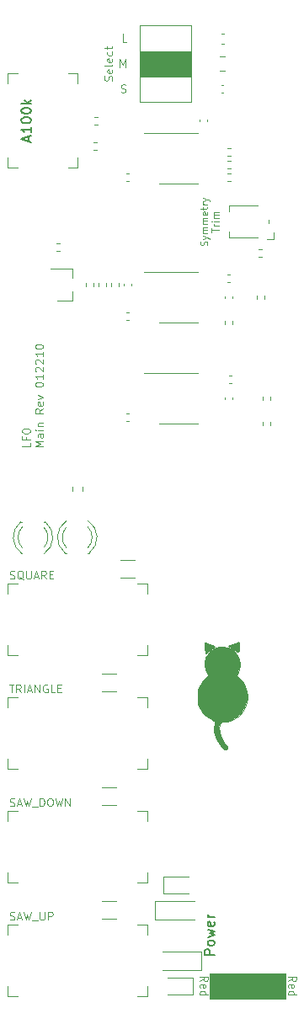
<source format=gbr>
G04 #@! TF.GenerationSoftware,KiCad,Pcbnew,(5.1.10)-1*
G04 #@! TF.CreationDate,2022-10-23T13:04:41+02:00*
G04 #@! TF.ProjectId,LFO Main,4c464f20-4d61-4696-9e2e-6b696361645f,rev?*
G04 #@! TF.SameCoordinates,Original*
G04 #@! TF.FileFunction,Legend,Top*
G04 #@! TF.FilePolarity,Positive*
%FSLAX46Y46*%
G04 Gerber Fmt 4.6, Leading zero omitted, Abs format (unit mm)*
G04 Created by KiCad (PCBNEW (5.1.10)-1) date 2022-10-23 13:04:41*
%MOMM*%
%LPD*%
G01*
G04 APERTURE LIST*
%ADD10C,0.080000*%
%ADD11C,0.100000*%
%ADD12C,0.120000*%
%ADD13C,0.010000*%
%ADD14C,0.150000*%
G04 APERTURE END LIST*
D10*
X20038333Y-24608333D02*
X20071666Y-24508333D01*
X20071666Y-24341666D01*
X20038333Y-24274999D01*
X20005000Y-24241666D01*
X19938333Y-24208333D01*
X19871666Y-24208333D01*
X19805000Y-24241666D01*
X19771666Y-24274999D01*
X19738333Y-24341666D01*
X19705000Y-24474999D01*
X19671666Y-24541666D01*
X19638333Y-24574999D01*
X19571666Y-24608333D01*
X19505000Y-24608333D01*
X19438333Y-24574999D01*
X19405000Y-24541666D01*
X19371666Y-24474999D01*
X19371666Y-24308333D01*
X19405000Y-24208333D01*
X19605000Y-23974999D02*
X20071666Y-23808333D01*
X19605000Y-23641666D02*
X20071666Y-23808333D01*
X20238333Y-23874999D01*
X20271666Y-23908333D01*
X20305000Y-23974999D01*
X20071666Y-23374999D02*
X19605000Y-23374999D01*
X19671666Y-23374999D02*
X19638333Y-23341666D01*
X19605000Y-23274999D01*
X19605000Y-23174999D01*
X19638333Y-23108333D01*
X19705000Y-23074999D01*
X20071666Y-23074999D01*
X19705000Y-23074999D02*
X19638333Y-23041666D01*
X19605000Y-22974999D01*
X19605000Y-22874999D01*
X19638333Y-22808333D01*
X19705000Y-22774999D01*
X20071666Y-22774999D01*
X20071666Y-22441666D02*
X19605000Y-22441666D01*
X19671666Y-22441666D02*
X19638333Y-22408333D01*
X19605000Y-22341666D01*
X19605000Y-22241666D01*
X19638333Y-22174999D01*
X19705000Y-22141666D01*
X20071666Y-22141666D01*
X19705000Y-22141666D02*
X19638333Y-22108333D01*
X19605000Y-22041666D01*
X19605000Y-21941666D01*
X19638333Y-21875000D01*
X19705000Y-21841666D01*
X20071666Y-21841666D01*
X20038333Y-21241666D02*
X20071666Y-21308333D01*
X20071666Y-21441666D01*
X20038333Y-21508333D01*
X19971666Y-21541666D01*
X19705000Y-21541666D01*
X19638333Y-21508333D01*
X19605000Y-21441666D01*
X19605000Y-21308333D01*
X19638333Y-21241666D01*
X19705000Y-21208333D01*
X19771666Y-21208333D01*
X19838333Y-21541666D01*
X19605000Y-21008333D02*
X19605000Y-20741666D01*
X19371666Y-20908333D02*
X19971666Y-20908333D01*
X20038333Y-20875000D01*
X20071666Y-20808333D01*
X20071666Y-20741666D01*
X20071666Y-20508333D02*
X19605000Y-20508333D01*
X19738333Y-20508333D02*
X19671666Y-20475000D01*
X19638333Y-20441666D01*
X19605000Y-20375000D01*
X19605000Y-20308333D01*
X19605000Y-20141666D02*
X20071666Y-19975000D01*
X19605000Y-19808333D02*
X20071666Y-19975000D01*
X20238333Y-20041666D01*
X20271666Y-20075000D01*
X20305000Y-20141666D01*
X20501666Y-23275000D02*
X20501666Y-22875000D01*
X21201666Y-23075000D02*
X20501666Y-23075000D01*
X21201666Y-22641666D02*
X20735000Y-22641666D01*
X20868333Y-22641666D02*
X20801666Y-22608333D01*
X20768333Y-22575000D01*
X20735000Y-22508333D01*
X20735000Y-22441666D01*
X21201666Y-22208333D02*
X20735000Y-22208333D01*
X20501666Y-22208333D02*
X20535000Y-22241666D01*
X20568333Y-22208333D01*
X20535000Y-22175000D01*
X20501666Y-22208333D01*
X20568333Y-22208333D01*
X21201666Y-21875000D02*
X20735000Y-21875000D01*
X20801666Y-21875000D02*
X20768333Y-21841666D01*
X20735000Y-21775000D01*
X20735000Y-21675000D01*
X20768333Y-21608333D01*
X20835000Y-21575000D01*
X21201666Y-21575000D01*
X20835000Y-21575000D02*
X20768333Y-21541666D01*
X20735000Y-21475000D01*
X20735000Y-21375000D01*
X20768333Y-21308333D01*
X20835000Y-21275000D01*
X21201666Y-21275000D01*
D11*
X11390476Y-9213809D02*
X11504761Y-9251904D01*
X11695238Y-9251904D01*
X11771428Y-9213809D01*
X11809523Y-9175714D01*
X11847619Y-9099523D01*
X11847619Y-9023333D01*
X11809523Y-8947142D01*
X11771428Y-8909047D01*
X11695238Y-8870952D01*
X11542857Y-8832857D01*
X11466666Y-8794761D01*
X11428571Y-8756666D01*
X11390476Y-8680476D01*
X11390476Y-8604285D01*
X11428571Y-8528095D01*
X11466666Y-8490000D01*
X11542857Y-8451904D01*
X11733333Y-8451904D01*
X11847619Y-8490000D01*
X11276190Y-6711904D02*
X11276190Y-5911904D01*
X11542857Y-6483333D01*
X11809523Y-5911904D01*
X11809523Y-6711904D01*
X11923809Y-4171904D02*
X11542857Y-4171904D01*
X11542857Y-3371904D01*
X2251904Y-44448571D02*
X2251904Y-44829523D01*
X1451904Y-44829523D01*
X1832857Y-43915238D02*
X1832857Y-44181904D01*
X2251904Y-44181904D02*
X1451904Y-44181904D01*
X1451904Y-43800952D01*
X1451904Y-43343809D02*
X1451904Y-43191428D01*
X1490000Y-43115238D01*
X1566190Y-43039047D01*
X1718571Y-43000952D01*
X1985238Y-43000952D01*
X2137619Y-43039047D01*
X2213809Y-43115238D01*
X2251904Y-43191428D01*
X2251904Y-43343809D01*
X2213809Y-43420000D01*
X2137619Y-43496190D01*
X1985238Y-43534285D01*
X1718571Y-43534285D01*
X1566190Y-43496190D01*
X1490000Y-43420000D01*
X1451904Y-43343809D01*
X3551904Y-44829523D02*
X2751904Y-44829523D01*
X3323333Y-44562857D01*
X2751904Y-44296190D01*
X3551904Y-44296190D01*
X3551904Y-43572380D02*
X3132857Y-43572380D01*
X3056666Y-43610476D01*
X3018571Y-43686666D01*
X3018571Y-43839047D01*
X3056666Y-43915238D01*
X3513809Y-43572380D02*
X3551904Y-43648571D01*
X3551904Y-43839047D01*
X3513809Y-43915238D01*
X3437619Y-43953333D01*
X3361428Y-43953333D01*
X3285238Y-43915238D01*
X3247142Y-43839047D01*
X3247142Y-43648571D01*
X3209047Y-43572380D01*
X3551904Y-43191428D02*
X3018571Y-43191428D01*
X2751904Y-43191428D02*
X2790000Y-43229523D01*
X2828095Y-43191428D01*
X2790000Y-43153333D01*
X2751904Y-43191428D01*
X2828095Y-43191428D01*
X3018571Y-42810476D02*
X3551904Y-42810476D01*
X3094761Y-42810476D02*
X3056666Y-42772380D01*
X3018571Y-42696190D01*
X3018571Y-42581904D01*
X3056666Y-42505714D01*
X3132857Y-42467619D01*
X3551904Y-42467619D01*
X3551904Y-41020000D02*
X3170952Y-41286666D01*
X3551904Y-41477142D02*
X2751904Y-41477142D01*
X2751904Y-41172380D01*
X2790000Y-41096190D01*
X2828095Y-41058095D01*
X2904285Y-41020000D01*
X3018571Y-41020000D01*
X3094761Y-41058095D01*
X3132857Y-41096190D01*
X3170952Y-41172380D01*
X3170952Y-41477142D01*
X3513809Y-40372380D02*
X3551904Y-40448571D01*
X3551904Y-40600952D01*
X3513809Y-40677142D01*
X3437619Y-40715238D01*
X3132857Y-40715238D01*
X3056666Y-40677142D01*
X3018571Y-40600952D01*
X3018571Y-40448571D01*
X3056666Y-40372380D01*
X3132857Y-40334285D01*
X3209047Y-40334285D01*
X3285238Y-40715238D01*
X3018571Y-40067619D02*
X3551904Y-39877142D01*
X3018571Y-39686666D01*
X2751904Y-38620000D02*
X2751904Y-38543809D01*
X2790000Y-38467619D01*
X2828095Y-38429523D01*
X2904285Y-38391428D01*
X3056666Y-38353333D01*
X3247142Y-38353333D01*
X3399523Y-38391428D01*
X3475714Y-38429523D01*
X3513809Y-38467619D01*
X3551904Y-38543809D01*
X3551904Y-38620000D01*
X3513809Y-38696190D01*
X3475714Y-38734285D01*
X3399523Y-38772380D01*
X3247142Y-38810476D01*
X3056666Y-38810476D01*
X2904285Y-38772380D01*
X2828095Y-38734285D01*
X2790000Y-38696190D01*
X2751904Y-38620000D01*
X3551904Y-37591428D02*
X3551904Y-38048571D01*
X3551904Y-37820000D02*
X2751904Y-37820000D01*
X2866190Y-37896190D01*
X2942380Y-37972380D01*
X2980476Y-38048571D01*
X2828095Y-37286666D02*
X2790000Y-37248571D01*
X2751904Y-37172380D01*
X2751904Y-36981904D01*
X2790000Y-36905714D01*
X2828095Y-36867619D01*
X2904285Y-36829523D01*
X2980476Y-36829523D01*
X3094761Y-36867619D01*
X3551904Y-37324761D01*
X3551904Y-36829523D01*
X2828095Y-36524761D02*
X2790000Y-36486666D01*
X2751904Y-36410476D01*
X2751904Y-36220000D01*
X2790000Y-36143809D01*
X2828095Y-36105714D01*
X2904285Y-36067619D01*
X2980476Y-36067619D01*
X3094761Y-36105714D01*
X3551904Y-36562857D01*
X3551904Y-36067619D01*
X3551904Y-35305714D02*
X3551904Y-35762857D01*
X3551904Y-35534285D02*
X2751904Y-35534285D01*
X2866190Y-35610476D01*
X2942380Y-35686666D01*
X2980476Y-35762857D01*
X2751904Y-34810476D02*
X2751904Y-34734285D01*
X2790000Y-34658095D01*
X2828095Y-34620000D01*
X2904285Y-34581904D01*
X3056666Y-34543809D01*
X3247142Y-34543809D01*
X3399523Y-34581904D01*
X3475714Y-34620000D01*
X3513809Y-34658095D01*
X3551904Y-34734285D01*
X3551904Y-34810476D01*
X3513809Y-34886666D01*
X3475714Y-34924761D01*
X3399523Y-34962857D01*
X3247142Y-35000952D01*
X3056666Y-35000952D01*
X2904285Y-34962857D01*
X2828095Y-34924761D01*
X2790000Y-34886666D01*
X2751904Y-34810476D01*
D12*
G04 #@! TO.C,J6*
X13275000Y-3810000D02*
X13275000Y-2480000D01*
X13275000Y-2480000D02*
X18475000Y-2480000D01*
X18475000Y-2480000D02*
X18475000Y-10220000D01*
X13275000Y-3810000D02*
X13275000Y-10220000D01*
X13275000Y-10220000D02*
X18475000Y-10220000D01*
D11*
G36*
X18415000Y-7620000D02*
G01*
X13335000Y-7620000D01*
X13335000Y-5080000D01*
X18415000Y-5080000D01*
X18415000Y-7620000D01*
G37*
X18415000Y-7620000D02*
X13335000Y-7620000D01*
X13335000Y-5080000D01*
X18415000Y-5080000D01*
X18415000Y-7620000D01*
D12*
G04 #@! TO.C,R20*
X25655000Y-40158641D02*
X25655000Y-39851359D01*
X26415000Y-40158641D02*
X26415000Y-39851359D01*
G04 #@! TO.C,R19*
X25655000Y-42698641D02*
X25655000Y-42391359D01*
X26415000Y-42698641D02*
X26415000Y-42391359D01*
G04 #@! TO.C,R14*
X25020000Y-29998641D02*
X25020000Y-29691359D01*
X25780000Y-29998641D02*
X25780000Y-29691359D01*
G04 #@! TO.C,R13*
X21845000Y-32538641D02*
X21845000Y-32231359D01*
X22605000Y-32538641D02*
X22605000Y-32231359D01*
G04 #@! TO.C,C14*
X22585000Y-39897164D02*
X22585000Y-40112836D01*
X21865000Y-39897164D02*
X21865000Y-40112836D01*
G04 #@! TO.C,C13*
X22585000Y-29737164D02*
X22585000Y-29952836D01*
X21865000Y-29737164D02*
X21865000Y-29952836D01*
G04 #@! TO.C,C12*
X12425000Y-28467164D02*
X12425000Y-28682836D01*
X11705000Y-28467164D02*
X11705000Y-28682836D01*
G04 #@! TO.C,C6*
X22117164Y-27580000D02*
X22332836Y-27580000D01*
X22117164Y-28300000D02*
X22332836Y-28300000D01*
G04 #@! TO.C,C3*
X15545000Y-97455000D02*
X19455000Y-97455000D01*
X19455000Y-97455000D02*
X19455000Y-95585000D01*
X19455000Y-95585000D02*
X15545000Y-95585000D01*
G04 #@! TO.C,C2*
X18745000Y-90505000D02*
X14835000Y-90505000D01*
X14835000Y-90505000D02*
X14835000Y-92375000D01*
X14835000Y-92375000D02*
X18745000Y-92375000D01*
G04 #@! TO.C,U3*
X17145000Y-42565000D02*
X19095000Y-42565000D01*
X17145000Y-42565000D02*
X15195000Y-42565000D01*
X17145000Y-37445000D02*
X19095000Y-37445000D01*
X17145000Y-37445000D02*
X13695000Y-37445000D01*
G04 #@! TO.C,U2*
X17145000Y-32405000D02*
X19095000Y-32405000D01*
X17145000Y-32405000D02*
X15195000Y-32405000D01*
X17145000Y-27285000D02*
X19095000Y-27285000D01*
X17145000Y-27285000D02*
X13695000Y-27285000D01*
G04 #@! TO.C,U1*
X17145000Y-18435000D02*
X19095000Y-18435000D01*
X17145000Y-18435000D02*
X15195000Y-18435000D01*
X17145000Y-13315000D02*
X19095000Y-13315000D01*
X17145000Y-13315000D02*
X13695000Y-13315000D01*
G04 #@! TO.C,T1*
X26230000Y-22425000D02*
X26230000Y-22025000D01*
X25130000Y-23825000D02*
X22230000Y-23825000D01*
X22230000Y-23825000D02*
X22230000Y-23225000D01*
X25130000Y-20625000D02*
X22230000Y-20625000D01*
X22230000Y-20625000D02*
X22230000Y-21225000D01*
X26030000Y-24025000D02*
X26730000Y-24025000D01*
X26730000Y-24025000D02*
X26730000Y-23325000D01*
G04 #@! TO.C,R18*
X7507500Y-48847742D02*
X7507500Y-49322258D01*
X6462500Y-48847742D02*
X6462500Y-49322258D01*
G04 #@! TO.C,R17*
X11337936Y-56240000D02*
X12792064Y-56240000D01*
X11337936Y-58060000D02*
X12792064Y-58060000D01*
G04 #@! TO.C,R16*
X9432936Y-67670000D02*
X10887064Y-67670000D01*
X9432936Y-69490000D02*
X10887064Y-69490000D01*
G04 #@! TO.C,R15*
X9432936Y-79100000D02*
X10887064Y-79100000D01*
X9432936Y-80920000D02*
X10887064Y-80920000D01*
G04 #@! TO.C,R12*
X9432936Y-90530000D02*
X10887064Y-90530000D01*
X9432936Y-92350000D02*
X10887064Y-92350000D01*
G04 #@! TO.C,R11*
X11175000Y-28421359D02*
X11175000Y-28728641D01*
X10415000Y-28421359D02*
X10415000Y-28728641D01*
G04 #@! TO.C,R10*
X7875000Y-28728641D02*
X7875000Y-28421359D01*
X8635000Y-28728641D02*
X8635000Y-28421359D01*
G04 #@! TO.C,R9*
X9145000Y-28728641D02*
X9145000Y-28421359D01*
X9905000Y-28728641D02*
X9905000Y-28421359D01*
G04 #@! TO.C,R8*
X4926359Y-24385000D02*
X5233641Y-24385000D01*
X4926359Y-25145000D02*
X5233641Y-25145000D01*
G04 #@! TO.C,R7*
X25246359Y-25020000D02*
X25553641Y-25020000D01*
X25246359Y-25780000D02*
X25553641Y-25780000D01*
G04 #@! TO.C,R6*
X22378641Y-15620000D02*
X22071359Y-15620000D01*
X22378641Y-14860000D02*
X22071359Y-14860000D01*
G04 #@! TO.C,R5*
X22378641Y-18160000D02*
X22071359Y-18160000D01*
X22378641Y-17400000D02*
X22071359Y-17400000D01*
G04 #@! TO.C,R4*
X22071359Y-16130000D02*
X22378641Y-16130000D01*
X22071359Y-16890000D02*
X22378641Y-16890000D01*
G04 #@! TO.C,R2*
X9043641Y-12445000D02*
X8736359Y-12445000D01*
X9043641Y-11685000D02*
X8736359Y-11685000D01*
G04 #@! TO.C,R1*
X8918641Y-14985000D02*
X8611359Y-14985000D01*
X8918641Y-14225000D02*
X8611359Y-14225000D01*
G04 #@! TO.C,Q1*
X6475000Y-30155000D02*
X6475000Y-29225000D01*
X6475000Y-26995000D02*
X6475000Y-27925000D01*
X6475000Y-26995000D02*
X4315000Y-26995000D01*
X6475000Y-30155000D02*
X5015000Y-30155000D01*
G04 #@! TO.C,D4*
X18645000Y-99910000D02*
X18645000Y-98210000D01*
X18645000Y-98210000D02*
X16095000Y-98210000D01*
X18645000Y-99910000D02*
X16095000Y-99910000D01*
G04 #@! TO.C,D3*
X15645000Y-88050000D02*
X15645000Y-89750000D01*
X15645000Y-89750000D02*
X18195000Y-89750000D01*
X15645000Y-88050000D02*
X18195000Y-88050000D01*
G04 #@! TO.C,C11*
X21851252Y-7085000D02*
X21328748Y-7085000D01*
X21851252Y-5615000D02*
X21328748Y-5615000D01*
G04 #@! TO.C,C10*
X21730580Y-4320000D02*
X21449420Y-4320000D01*
X21730580Y-3300000D02*
X21449420Y-3300000D01*
G04 #@! TO.C,C9*
X11957164Y-41550000D02*
X12172836Y-41550000D01*
X11957164Y-42270000D02*
X12172836Y-42270000D01*
G04 #@! TO.C,C8*
X22272164Y-37740000D02*
X22487836Y-37740000D01*
X22272164Y-38460000D02*
X22487836Y-38460000D01*
G04 #@! TO.C,C7*
X11957164Y-31390000D02*
X12172836Y-31390000D01*
X11957164Y-32110000D02*
X12172836Y-32110000D01*
G04 #@! TO.C,C5*
X11957164Y-17420000D02*
X12172836Y-17420000D01*
X11957164Y-18140000D02*
X12172836Y-18140000D01*
G04 #@! TO.C,C4*
X19325000Y-12172836D02*
X19325000Y-11957164D01*
X20045000Y-12172836D02*
X20045000Y-11957164D01*
G04 #@! TO.C,C1*
X21697836Y-9250000D02*
X21482164Y-9250000D01*
X21697836Y-8530000D02*
X21482164Y-8530000D01*
D11*
G04 #@! TO.C,J4*
X14000000Y-65830000D02*
X14000000Y-64830000D01*
X14000000Y-65830000D02*
X13000000Y-65830000D01*
X0Y-65830000D02*
X1000000Y-65830000D01*
X0Y-65830000D02*
X0Y-64830000D01*
X14000000Y-58630000D02*
X14000000Y-59630000D01*
X14000000Y-58630000D02*
X13000000Y-58630000D01*
X0Y-58630000D02*
X1000000Y-58630000D01*
X0Y-58630000D02*
X0Y-59630000D01*
G04 #@! TO.C,J3*
X14000000Y-77260000D02*
X14000000Y-76260000D01*
X14000000Y-77260000D02*
X13000000Y-77260000D01*
X0Y-77260000D02*
X1000000Y-77260000D01*
X0Y-77260000D02*
X0Y-76260000D01*
X14000000Y-70060000D02*
X14000000Y-71060000D01*
X14000000Y-70060000D02*
X13000000Y-70060000D01*
X0Y-70060000D02*
X1000000Y-70060000D01*
X0Y-70060000D02*
X0Y-71060000D01*
G04 #@! TO.C,J2*
X14000000Y-88690000D02*
X14000000Y-87690000D01*
X14000000Y-88690000D02*
X13000000Y-88690000D01*
X0Y-88690000D02*
X1000000Y-88690000D01*
X0Y-88690000D02*
X0Y-87690000D01*
X14000000Y-81490000D02*
X14000000Y-82490000D01*
X14000000Y-81490000D02*
X13000000Y-81490000D01*
X0Y-81490000D02*
X1000000Y-81490000D01*
X0Y-81490000D02*
X0Y-82490000D01*
G04 #@! TO.C,J1*
X14000000Y-100120000D02*
X14000000Y-99120000D01*
X14000000Y-100120000D02*
X13000000Y-100120000D01*
X0Y-100120000D02*
X1000000Y-100120000D01*
X0Y-100120000D02*
X0Y-99120000D01*
X14000000Y-92920000D02*
X14000000Y-93920000D01*
X14000000Y-92920000D02*
X13000000Y-92920000D01*
X0Y-92920000D02*
X1000000Y-92920000D01*
X0Y-92920000D02*
X0Y-93920000D01*
G04 #@! TO.C,J5*
G36*
X27940000Y-100330000D02*
G01*
X20320000Y-100330000D01*
X20320000Y-97790000D01*
X27940000Y-97790000D01*
X27940000Y-100330000D01*
G37*
X27940000Y-100330000D02*
X20320000Y-100330000D01*
X20320000Y-97790000D01*
X27940000Y-97790000D01*
X27940000Y-100330000D01*
D12*
X21530000Y-100390000D02*
X26730000Y-100390000D01*
D11*
G04 #@! TO.C,RV1*
X0Y-7315000D02*
X1000000Y-7315000D01*
X0Y-7315000D02*
X0Y-8315000D01*
X0Y-16815000D02*
X1000000Y-16815000D01*
X0Y-16815000D02*
X0Y-15815000D01*
X7050000Y-16815000D02*
X6050000Y-16815000D01*
X7050000Y-16815000D02*
X7050000Y-15815000D01*
X7050000Y-7315000D02*
X6050000Y-7315000D01*
X7050000Y-7315000D02*
X7050000Y-8315000D01*
D13*
G04 #@! TO.C,G\u002A\u002A\u002A*
G36*
X22046975Y-65020533D02*
G01*
X22434529Y-65169561D01*
X22781874Y-65432268D01*
X22815458Y-65465178D01*
X23054055Y-65742088D01*
X23204725Y-66025374D01*
X23287509Y-66361590D01*
X23313932Y-66623159D01*
X23324654Y-66898677D01*
X23306742Y-67100634D01*
X23249670Y-67287923D01*
X23159921Y-67484864D01*
X22974587Y-67863673D01*
X23244200Y-68087629D01*
X23593462Y-68458667D01*
X23867837Y-68915043D01*
X24051494Y-69422167D01*
X24128602Y-69945445D01*
X24130000Y-70023282D01*
X24069094Y-70551320D01*
X23896737Y-71049219D01*
X23628466Y-71500702D01*
X23279822Y-71889491D01*
X22866342Y-72199310D01*
X22403566Y-72413880D01*
X21907032Y-72516923D01*
X21743071Y-72523684D01*
X21555332Y-72533029D01*
X21449696Y-72582592D01*
X21374815Y-72704664D01*
X21344853Y-72774124D01*
X21261088Y-73142435D01*
X21291622Y-73552429D01*
X21431393Y-73985591D01*
X21675336Y-74423404D01*
X21864598Y-74674623D01*
X22033260Y-74895034D01*
X22110470Y-75051237D01*
X22104114Y-75168485D01*
X22044526Y-75250842D01*
X21914072Y-75324092D01*
X21763517Y-75290022D01*
X21578972Y-75143000D01*
X21459337Y-75013553D01*
X21109002Y-74527667D01*
X20876051Y-74020772D01*
X20767200Y-73508744D01*
X20759776Y-73359211D01*
X20764742Y-73087845D01*
X20782931Y-72840606D01*
X20807845Y-72683508D01*
X20830402Y-72568381D01*
X20809438Y-72488134D01*
X20721350Y-72414707D01*
X20542535Y-72320041D01*
X20473634Y-72286221D01*
X20040674Y-72009047D01*
X19651572Y-71634867D01*
X19342301Y-71200126D01*
X19274123Y-71070895D01*
X19185392Y-70874189D01*
X19129836Y-70698821D01*
X19099911Y-70502432D01*
X19088077Y-70242661D01*
X19086513Y-70017105D01*
X19090439Y-69693856D01*
X19107416Y-69461295D01*
X19145242Y-69276526D01*
X19211716Y-69096658D01*
X19280954Y-68947632D01*
X19446006Y-68669538D01*
X19666785Y-68377723D01*
X19834765Y-68194758D01*
X20194137Y-67842937D01*
X20065820Y-67660021D01*
X19872922Y-67270417D01*
X19796035Y-66823652D01*
X19802869Y-66576863D01*
X19907282Y-66103612D01*
X20120150Y-65696640D01*
X20427542Y-65368451D01*
X20815521Y-65131544D01*
X21270156Y-64998421D01*
X21590000Y-64973462D01*
X22046975Y-65020533D01*
G37*
X22046975Y-65020533D02*
X22434529Y-65169561D01*
X22781874Y-65432268D01*
X22815458Y-65465178D01*
X23054055Y-65742088D01*
X23204725Y-66025374D01*
X23287509Y-66361590D01*
X23313932Y-66623159D01*
X23324654Y-66898677D01*
X23306742Y-67100634D01*
X23249670Y-67287923D01*
X23159921Y-67484864D01*
X22974587Y-67863673D01*
X23244200Y-68087629D01*
X23593462Y-68458667D01*
X23867837Y-68915043D01*
X24051494Y-69422167D01*
X24128602Y-69945445D01*
X24130000Y-70023282D01*
X24069094Y-70551320D01*
X23896737Y-71049219D01*
X23628466Y-71500702D01*
X23279822Y-71889491D01*
X22866342Y-72199310D01*
X22403566Y-72413880D01*
X21907032Y-72516923D01*
X21743071Y-72523684D01*
X21555332Y-72533029D01*
X21449696Y-72582592D01*
X21374815Y-72704664D01*
X21344853Y-72774124D01*
X21261088Y-73142435D01*
X21291622Y-73552429D01*
X21431393Y-73985591D01*
X21675336Y-74423404D01*
X21864598Y-74674623D01*
X22033260Y-74895034D01*
X22110470Y-75051237D01*
X22104114Y-75168485D01*
X22044526Y-75250842D01*
X21914072Y-75324092D01*
X21763517Y-75290022D01*
X21578972Y-75143000D01*
X21459337Y-75013553D01*
X21109002Y-74527667D01*
X20876051Y-74020772D01*
X20767200Y-73508744D01*
X20759776Y-73359211D01*
X20764742Y-73087845D01*
X20782931Y-72840606D01*
X20807845Y-72683508D01*
X20830402Y-72568381D01*
X20809438Y-72488134D01*
X20721350Y-72414707D01*
X20542535Y-72320041D01*
X20473634Y-72286221D01*
X20040674Y-72009047D01*
X19651572Y-71634867D01*
X19342301Y-71200126D01*
X19274123Y-71070895D01*
X19185392Y-70874189D01*
X19129836Y-70698821D01*
X19099911Y-70502432D01*
X19088077Y-70242661D01*
X19086513Y-70017105D01*
X19090439Y-69693856D01*
X19107416Y-69461295D01*
X19145242Y-69276526D01*
X19211716Y-69096658D01*
X19280954Y-68947632D01*
X19446006Y-68669538D01*
X19666785Y-68377723D01*
X19834765Y-68194758D01*
X20194137Y-67842937D01*
X20065820Y-67660021D01*
X19872922Y-67270417D01*
X19796035Y-66823652D01*
X19802869Y-66576863D01*
X19907282Y-66103612D01*
X20120150Y-65696640D01*
X20427542Y-65368451D01*
X20815521Y-65131544D01*
X21270156Y-64998421D01*
X21590000Y-64973462D01*
X22046975Y-65020533D01*
G36*
X20027294Y-64610838D02*
G01*
X20259355Y-64695666D01*
X20306297Y-64714997D01*
X20531716Y-64816489D01*
X20696523Y-64904463D01*
X20772519Y-64963415D01*
X20774192Y-64972244D01*
X20716342Y-65030770D01*
X20582196Y-65141610D01*
X20403839Y-65280540D01*
X20213356Y-65423341D01*
X20042832Y-65545791D01*
X19924350Y-65623670D01*
X19891041Y-65638947D01*
X19872104Y-65577774D01*
X19847203Y-65416047D01*
X19821214Y-65186456D01*
X19817035Y-65142978D01*
X19797508Y-64893432D01*
X19789029Y-64694343D01*
X19793140Y-64584507D01*
X19794621Y-64578973D01*
X19863675Y-64569626D01*
X20027294Y-64610838D01*
G37*
X20027294Y-64610838D02*
X20259355Y-64695666D01*
X20306297Y-64714997D01*
X20531716Y-64816489D01*
X20696523Y-64904463D01*
X20772519Y-64963415D01*
X20774192Y-64972244D01*
X20716342Y-65030770D01*
X20582196Y-65141610D01*
X20403839Y-65280540D01*
X20213356Y-65423341D01*
X20042832Y-65545791D01*
X19924350Y-65623670D01*
X19891041Y-65638947D01*
X19872104Y-65577774D01*
X19847203Y-65416047D01*
X19821214Y-65186456D01*
X19817035Y-65142978D01*
X19797508Y-64893432D01*
X19789029Y-64694343D01*
X19793140Y-64584507D01*
X19794621Y-64578973D01*
X19863675Y-64569626D01*
X20027294Y-64610838D01*
G36*
X23248089Y-64541229D02*
G01*
X23263741Y-64662829D01*
X23261837Y-64866949D01*
X23261052Y-64972181D01*
X23254100Y-65261033D01*
X23231688Y-65431612D01*
X23191483Y-65498681D01*
X23177500Y-65500971D01*
X23086195Y-65463371D01*
X22917628Y-65367277D01*
X22703766Y-65231273D01*
X22639907Y-65188426D01*
X22185867Y-64880174D01*
X22573065Y-64719704D01*
X22877368Y-64591385D01*
X23076744Y-64513522D01*
X23193037Y-64494132D01*
X23248089Y-64541229D01*
G37*
X23248089Y-64541229D02*
X23263741Y-64662829D01*
X23261837Y-64866949D01*
X23261052Y-64972181D01*
X23254100Y-65261033D01*
X23231688Y-65431612D01*
X23191483Y-65498681D01*
X23177500Y-65500971D01*
X23086195Y-65463371D01*
X22917628Y-65367277D01*
X22703766Y-65231273D01*
X22639907Y-65188426D01*
X22185867Y-64880174D01*
X22573065Y-64719704D01*
X22877368Y-64591385D01*
X23076744Y-64513522D01*
X23193037Y-64494132D01*
X23248089Y-64541229D01*
D12*
G04 #@! TO.C,D2*
X3776000Y-52415000D02*
X3620000Y-52415000D01*
X1460000Y-52415000D02*
X1304000Y-52415000D01*
X1460163Y-55016130D02*
G75*
G02*
X1460000Y-52934039I1079837J1041130D01*
G01*
X3619837Y-55016130D02*
G75*
G03*
X3620000Y-52934039I-1079837J1041130D01*
G01*
X1461392Y-55647335D02*
G75*
G02*
X1304484Y-52415000I1078608J1672335D01*
G01*
X3618608Y-55647335D02*
G75*
G03*
X3775516Y-52415000I-1078608J1672335D01*
G01*
G04 #@! TO.C,D1*
X5749000Y-55535000D02*
X5905000Y-55535000D01*
X8065000Y-55535000D02*
X8221000Y-55535000D01*
X8064837Y-52933870D02*
G75*
G02*
X8065000Y-55015961I-1079837J-1041130D01*
G01*
X5905163Y-52933870D02*
G75*
G03*
X5905000Y-55015961I1079837J-1041130D01*
G01*
X8063608Y-52302665D02*
G75*
G02*
X8220516Y-55535000I-1078608J-1672335D01*
G01*
X5906392Y-52302665D02*
G75*
G03*
X5749484Y-55535000I1078608J-1672335D01*
G01*
G04 #@! TO.C,J6*
D11*
X10483809Y-8045238D02*
X10521904Y-7930952D01*
X10521904Y-7740476D01*
X10483809Y-7664285D01*
X10445714Y-7626190D01*
X10369523Y-7588095D01*
X10293333Y-7588095D01*
X10217142Y-7626190D01*
X10179047Y-7664285D01*
X10140952Y-7740476D01*
X10102857Y-7892857D01*
X10064761Y-7969047D01*
X10026666Y-8007142D01*
X9950476Y-8045238D01*
X9874285Y-8045238D01*
X9798095Y-8007142D01*
X9760000Y-7969047D01*
X9721904Y-7892857D01*
X9721904Y-7702380D01*
X9760000Y-7588095D01*
X10483809Y-6940476D02*
X10521904Y-7016666D01*
X10521904Y-7169047D01*
X10483809Y-7245238D01*
X10407619Y-7283333D01*
X10102857Y-7283333D01*
X10026666Y-7245238D01*
X9988571Y-7169047D01*
X9988571Y-7016666D01*
X10026666Y-6940476D01*
X10102857Y-6902380D01*
X10179047Y-6902380D01*
X10255238Y-7283333D01*
X10521904Y-6445238D02*
X10483809Y-6521428D01*
X10407619Y-6559523D01*
X9721904Y-6559523D01*
X10483809Y-5835714D02*
X10521904Y-5911904D01*
X10521904Y-6064285D01*
X10483809Y-6140476D01*
X10407619Y-6178571D01*
X10102857Y-6178571D01*
X10026666Y-6140476D01*
X9988571Y-6064285D01*
X9988571Y-5911904D01*
X10026666Y-5835714D01*
X10102857Y-5797619D01*
X10179047Y-5797619D01*
X10255238Y-6178571D01*
X10483809Y-5111904D02*
X10521904Y-5188095D01*
X10521904Y-5340476D01*
X10483809Y-5416666D01*
X10445714Y-5454761D01*
X10369523Y-5492857D01*
X10140952Y-5492857D01*
X10064761Y-5454761D01*
X10026666Y-5416666D01*
X9988571Y-5340476D01*
X9988571Y-5188095D01*
X10026666Y-5111904D01*
X9988571Y-4883333D02*
X9988571Y-4578571D01*
X9721904Y-4769047D02*
X10407619Y-4769047D01*
X10483809Y-4730952D01*
X10521904Y-4654761D01*
X10521904Y-4578571D01*
G04 #@! TO.C,J4*
X217380Y-58108809D02*
X331666Y-58146904D01*
X522142Y-58146904D01*
X598333Y-58108809D01*
X636428Y-58070714D01*
X674523Y-57994523D01*
X674523Y-57918333D01*
X636428Y-57842142D01*
X598333Y-57804047D01*
X522142Y-57765952D01*
X369761Y-57727857D01*
X293571Y-57689761D01*
X255476Y-57651666D01*
X217380Y-57575476D01*
X217380Y-57499285D01*
X255476Y-57423095D01*
X293571Y-57385000D01*
X369761Y-57346904D01*
X560238Y-57346904D01*
X674523Y-57385000D01*
X1550714Y-58223095D02*
X1474523Y-58185000D01*
X1398333Y-58108809D01*
X1284047Y-57994523D01*
X1207857Y-57956428D01*
X1131666Y-57956428D01*
X1169761Y-58146904D02*
X1093571Y-58108809D01*
X1017380Y-58032619D01*
X979285Y-57880238D01*
X979285Y-57613571D01*
X1017380Y-57461190D01*
X1093571Y-57385000D01*
X1169761Y-57346904D01*
X1322142Y-57346904D01*
X1398333Y-57385000D01*
X1474523Y-57461190D01*
X1512619Y-57613571D01*
X1512619Y-57880238D01*
X1474523Y-58032619D01*
X1398333Y-58108809D01*
X1322142Y-58146904D01*
X1169761Y-58146904D01*
X1855476Y-57346904D02*
X1855476Y-57994523D01*
X1893571Y-58070714D01*
X1931666Y-58108809D01*
X2007857Y-58146904D01*
X2160238Y-58146904D01*
X2236428Y-58108809D01*
X2274523Y-58070714D01*
X2312619Y-57994523D01*
X2312619Y-57346904D01*
X2655476Y-57918333D02*
X3036428Y-57918333D01*
X2579285Y-58146904D02*
X2845952Y-57346904D01*
X3112619Y-58146904D01*
X3836428Y-58146904D02*
X3569761Y-57765952D01*
X3379285Y-58146904D02*
X3379285Y-57346904D01*
X3684047Y-57346904D01*
X3760238Y-57385000D01*
X3798333Y-57423095D01*
X3836428Y-57499285D01*
X3836428Y-57613571D01*
X3798333Y-57689761D01*
X3760238Y-57727857D01*
X3684047Y-57765952D01*
X3379285Y-57765952D01*
X4179285Y-57727857D02*
X4445952Y-57727857D01*
X4560238Y-58146904D02*
X4179285Y-58146904D01*
X4179285Y-57346904D01*
X4560238Y-57346904D01*
G04 #@! TO.C,J3*
X141190Y-68776904D02*
X598333Y-68776904D01*
X369761Y-69576904D02*
X369761Y-68776904D01*
X1322142Y-69576904D02*
X1055476Y-69195952D01*
X864999Y-69576904D02*
X864999Y-68776904D01*
X1169761Y-68776904D01*
X1245952Y-68815000D01*
X1284047Y-68853095D01*
X1322142Y-68929285D01*
X1322142Y-69043571D01*
X1284047Y-69119761D01*
X1245952Y-69157857D01*
X1169761Y-69195952D01*
X864999Y-69195952D01*
X1664999Y-69576904D02*
X1664999Y-68776904D01*
X2007857Y-69348333D02*
X2388809Y-69348333D01*
X1931666Y-69576904D02*
X2198333Y-68776904D01*
X2465000Y-69576904D01*
X2731666Y-69576904D02*
X2731666Y-68776904D01*
X3188809Y-69576904D01*
X3188809Y-68776904D01*
X3988809Y-68815000D02*
X3912619Y-68776904D01*
X3798333Y-68776904D01*
X3684047Y-68815000D01*
X3607857Y-68891190D01*
X3569761Y-68967380D01*
X3531666Y-69119761D01*
X3531666Y-69234047D01*
X3569761Y-69386428D01*
X3607857Y-69462619D01*
X3684047Y-69538809D01*
X3798333Y-69576904D01*
X3874523Y-69576904D01*
X3988809Y-69538809D01*
X4026904Y-69500714D01*
X4026904Y-69234047D01*
X3874523Y-69234047D01*
X4750714Y-69576904D02*
X4369761Y-69576904D01*
X4369761Y-68776904D01*
X5017380Y-69157857D02*
X5284047Y-69157857D01*
X5398333Y-69576904D02*
X5017380Y-69576904D01*
X5017380Y-68776904D01*
X5398333Y-68776904D01*
G04 #@! TO.C,J2*
X217380Y-80968809D02*
X331666Y-81006904D01*
X522142Y-81006904D01*
X598333Y-80968809D01*
X636428Y-80930714D01*
X674523Y-80854523D01*
X674523Y-80778333D01*
X636428Y-80702142D01*
X598333Y-80664047D01*
X522142Y-80625952D01*
X369761Y-80587857D01*
X293571Y-80549761D01*
X255476Y-80511666D01*
X217380Y-80435476D01*
X217380Y-80359285D01*
X255476Y-80283095D01*
X293571Y-80245000D01*
X369761Y-80206904D01*
X560238Y-80206904D01*
X674523Y-80245000D01*
X979285Y-80778333D02*
X1360238Y-80778333D01*
X903095Y-81006904D02*
X1169761Y-80206904D01*
X1436428Y-81006904D01*
X1626904Y-80206904D02*
X1817380Y-81006904D01*
X1969761Y-80435476D01*
X2122142Y-81006904D01*
X2312619Y-80206904D01*
X2426904Y-81083095D02*
X3036428Y-81083095D01*
X3226904Y-81006904D02*
X3226904Y-80206904D01*
X3417380Y-80206904D01*
X3531666Y-80245000D01*
X3607857Y-80321190D01*
X3645952Y-80397380D01*
X3684047Y-80549761D01*
X3684047Y-80664047D01*
X3645952Y-80816428D01*
X3607857Y-80892619D01*
X3531666Y-80968809D01*
X3417380Y-81006904D01*
X3226904Y-81006904D01*
X4179285Y-80206904D02*
X4331666Y-80206904D01*
X4407857Y-80245000D01*
X4484047Y-80321190D01*
X4522142Y-80473571D01*
X4522142Y-80740238D01*
X4484047Y-80892619D01*
X4407857Y-80968809D01*
X4331666Y-81006904D01*
X4179285Y-81006904D01*
X4103095Y-80968809D01*
X4026904Y-80892619D01*
X3988809Y-80740238D01*
X3988809Y-80473571D01*
X4026904Y-80321190D01*
X4103095Y-80245000D01*
X4179285Y-80206904D01*
X4788809Y-80206904D02*
X4979285Y-81006904D01*
X5131666Y-80435476D01*
X5284047Y-81006904D01*
X5474523Y-80206904D01*
X5779285Y-81006904D02*
X5779285Y-80206904D01*
X6236428Y-81006904D01*
X6236428Y-80206904D01*
G04 #@! TO.C,J1*
X217380Y-92398809D02*
X331666Y-92436904D01*
X522142Y-92436904D01*
X598333Y-92398809D01*
X636428Y-92360714D01*
X674523Y-92284523D01*
X674523Y-92208333D01*
X636428Y-92132142D01*
X598333Y-92094047D01*
X522142Y-92055952D01*
X369761Y-92017857D01*
X293571Y-91979761D01*
X255476Y-91941666D01*
X217380Y-91865476D01*
X217380Y-91789285D01*
X255476Y-91713095D01*
X293571Y-91675000D01*
X369761Y-91636904D01*
X560238Y-91636904D01*
X674523Y-91675000D01*
X979285Y-92208333D02*
X1360238Y-92208333D01*
X903095Y-92436904D02*
X1169761Y-91636904D01*
X1436428Y-92436904D01*
X1626904Y-91636904D02*
X1817380Y-92436904D01*
X1969761Y-91865476D01*
X2122142Y-92436904D01*
X2312619Y-91636904D01*
X2426904Y-92513095D02*
X3036428Y-92513095D01*
X3226904Y-91636904D02*
X3226904Y-92284523D01*
X3264999Y-92360714D01*
X3303095Y-92398809D01*
X3379285Y-92436904D01*
X3531666Y-92436904D01*
X3607857Y-92398809D01*
X3645952Y-92360714D01*
X3684047Y-92284523D01*
X3684047Y-91636904D01*
X4064999Y-92436904D02*
X4064999Y-91636904D01*
X4369761Y-91636904D01*
X4445952Y-91675000D01*
X4484047Y-91713095D01*
X4522142Y-91789285D01*
X4522142Y-91903571D01*
X4484047Y-91979761D01*
X4445952Y-92017857D01*
X4369761Y-92055952D01*
X4064999Y-92055952D01*
G04 #@! TO.C,J5*
D14*
X20772380Y-95956190D02*
X19772380Y-95956190D01*
X19772380Y-95575238D01*
X19820000Y-95480000D01*
X19867619Y-95432380D01*
X19962857Y-95384761D01*
X20105714Y-95384761D01*
X20200952Y-95432380D01*
X20248571Y-95480000D01*
X20296190Y-95575238D01*
X20296190Y-95956190D01*
X20772380Y-94813333D02*
X20724761Y-94908571D01*
X20677142Y-94956190D01*
X20581904Y-95003809D01*
X20296190Y-95003809D01*
X20200952Y-94956190D01*
X20153333Y-94908571D01*
X20105714Y-94813333D01*
X20105714Y-94670476D01*
X20153333Y-94575238D01*
X20200952Y-94527619D01*
X20296190Y-94480000D01*
X20581904Y-94480000D01*
X20677142Y-94527619D01*
X20724761Y-94575238D01*
X20772380Y-94670476D01*
X20772380Y-94813333D01*
X20105714Y-94146666D02*
X20772380Y-93956190D01*
X20296190Y-93765714D01*
X20772380Y-93575238D01*
X20105714Y-93384761D01*
X20724761Y-92622857D02*
X20772380Y-92718095D01*
X20772380Y-92908571D01*
X20724761Y-93003809D01*
X20629523Y-93051428D01*
X20248571Y-93051428D01*
X20153333Y-93003809D01*
X20105714Y-92908571D01*
X20105714Y-92718095D01*
X20153333Y-92622857D01*
X20248571Y-92575238D01*
X20343809Y-92575238D01*
X20439047Y-93051428D01*
X20772380Y-92146666D02*
X20105714Y-92146666D01*
X20296190Y-92146666D02*
X20200952Y-92099047D01*
X20153333Y-92051428D01*
X20105714Y-91956190D01*
X20105714Y-91860952D01*
D11*
X19323095Y-98602857D02*
X19704047Y-98336190D01*
X19323095Y-98145714D02*
X20123095Y-98145714D01*
X20123095Y-98450476D01*
X20085000Y-98526666D01*
X20046904Y-98564761D01*
X19970714Y-98602857D01*
X19856428Y-98602857D01*
X19780238Y-98564761D01*
X19742142Y-98526666D01*
X19704047Y-98450476D01*
X19704047Y-98145714D01*
X19361190Y-99250476D02*
X19323095Y-99174285D01*
X19323095Y-99021904D01*
X19361190Y-98945714D01*
X19437380Y-98907619D01*
X19742142Y-98907619D01*
X19818333Y-98945714D01*
X19856428Y-99021904D01*
X19856428Y-99174285D01*
X19818333Y-99250476D01*
X19742142Y-99288571D01*
X19665952Y-99288571D01*
X19589761Y-98907619D01*
X19323095Y-99974285D02*
X20123095Y-99974285D01*
X19361190Y-99974285D02*
X19323095Y-99898095D01*
X19323095Y-99745714D01*
X19361190Y-99669523D01*
X19399285Y-99631428D01*
X19475476Y-99593333D01*
X19704047Y-99593333D01*
X19780238Y-99631428D01*
X19818333Y-99669523D01*
X19856428Y-99745714D01*
X19856428Y-99898095D01*
X19818333Y-99974285D01*
X28213095Y-98602857D02*
X28594047Y-98336190D01*
X28213095Y-98145714D02*
X29013095Y-98145714D01*
X29013095Y-98450476D01*
X28975000Y-98526666D01*
X28936904Y-98564761D01*
X28860714Y-98602857D01*
X28746428Y-98602857D01*
X28670238Y-98564761D01*
X28632142Y-98526666D01*
X28594047Y-98450476D01*
X28594047Y-98145714D01*
X28251190Y-99250476D02*
X28213095Y-99174285D01*
X28213095Y-99021904D01*
X28251190Y-98945714D01*
X28327380Y-98907619D01*
X28632142Y-98907619D01*
X28708333Y-98945714D01*
X28746428Y-99021904D01*
X28746428Y-99174285D01*
X28708333Y-99250476D01*
X28632142Y-99288571D01*
X28555952Y-99288571D01*
X28479761Y-98907619D01*
X28213095Y-99974285D02*
X29013095Y-99974285D01*
X28251190Y-99974285D02*
X28213095Y-99898095D01*
X28213095Y-99745714D01*
X28251190Y-99669523D01*
X28289285Y-99631428D01*
X28365476Y-99593333D01*
X28594047Y-99593333D01*
X28670238Y-99631428D01*
X28708333Y-99669523D01*
X28746428Y-99745714D01*
X28746428Y-99898095D01*
X28708333Y-99974285D01*
G04 #@! TO.C,RV1*
D14*
X2071666Y-14136428D02*
X2071666Y-13660238D01*
X2357380Y-14231666D02*
X1357380Y-13898333D01*
X2357380Y-13565000D01*
X2357380Y-12707857D02*
X2357380Y-13279285D01*
X2357380Y-12993571D02*
X1357380Y-12993571D01*
X1500238Y-13088809D01*
X1595476Y-13184047D01*
X1643095Y-13279285D01*
X1357380Y-12088809D02*
X1357380Y-11993571D01*
X1405000Y-11898333D01*
X1452619Y-11850714D01*
X1547857Y-11803095D01*
X1738333Y-11755476D01*
X1976428Y-11755476D01*
X2166904Y-11803095D01*
X2262142Y-11850714D01*
X2309761Y-11898333D01*
X2357380Y-11993571D01*
X2357380Y-12088809D01*
X2309761Y-12184047D01*
X2262142Y-12231666D01*
X2166904Y-12279285D01*
X1976428Y-12326904D01*
X1738333Y-12326904D01*
X1547857Y-12279285D01*
X1452619Y-12231666D01*
X1405000Y-12184047D01*
X1357380Y-12088809D01*
X1357380Y-11136428D02*
X1357380Y-11041190D01*
X1405000Y-10945952D01*
X1452619Y-10898333D01*
X1547857Y-10850714D01*
X1738333Y-10803095D01*
X1976428Y-10803095D01*
X2166904Y-10850714D01*
X2262142Y-10898333D01*
X2309761Y-10945952D01*
X2357380Y-11041190D01*
X2357380Y-11136428D01*
X2309761Y-11231666D01*
X2262142Y-11279285D01*
X2166904Y-11326904D01*
X1976428Y-11374523D01*
X1738333Y-11374523D01*
X1547857Y-11326904D01*
X1452619Y-11279285D01*
X1405000Y-11231666D01*
X1357380Y-11136428D01*
X2357380Y-10374523D02*
X1357380Y-10374523D01*
X1976428Y-10279285D02*
X2357380Y-9993571D01*
X1690714Y-9993571D02*
X2071666Y-10374523D01*
G04 #@! TD*
M02*

</source>
